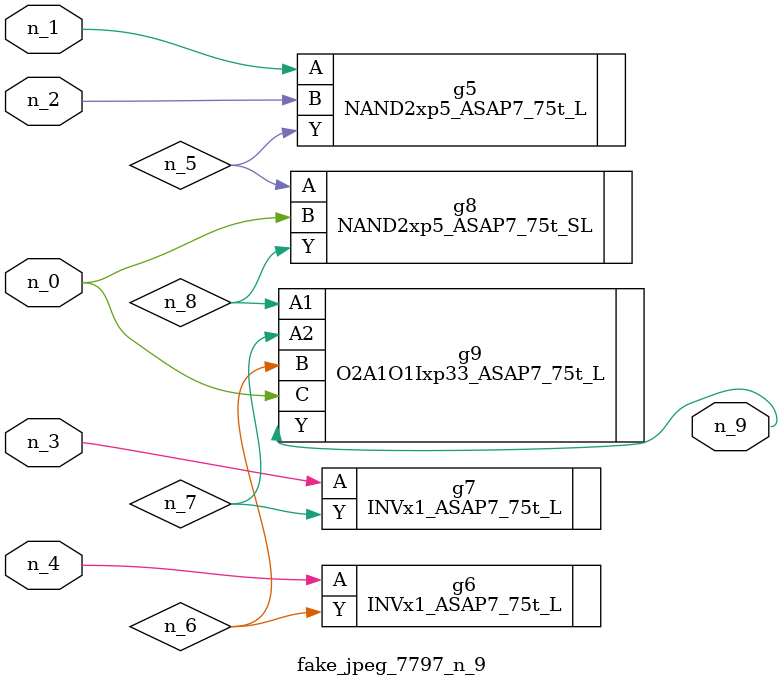
<source format=v>
module fake_jpeg_7797_n_9 (n_3, n_2, n_1, n_0, n_4, n_9);

input n_3;
input n_2;
input n_1;
input n_0;
input n_4;

output n_9;

wire n_8;
wire n_6;
wire n_5;
wire n_7;

NAND2xp5_ASAP7_75t_L g5 ( 
.A(n_1),
.B(n_2),
.Y(n_5)
);

INVx1_ASAP7_75t_L g6 ( 
.A(n_4),
.Y(n_6)
);

INVx1_ASAP7_75t_L g7 ( 
.A(n_3),
.Y(n_7)
);

NAND2xp5_ASAP7_75t_SL g8 ( 
.A(n_5),
.B(n_0),
.Y(n_8)
);

O2A1O1Ixp33_ASAP7_75t_L g9 ( 
.A1(n_8),
.A2(n_7),
.B(n_6),
.C(n_0),
.Y(n_9)
);


endmodule
</source>
